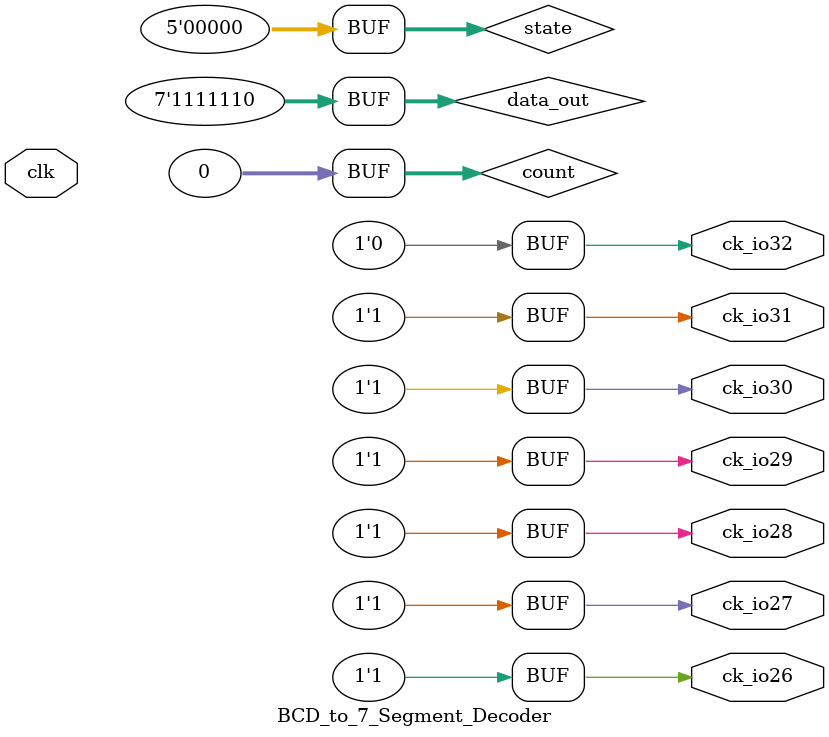
<source format=v>
`timescale 1ns / 1ns


module BCD_to_7_Segment_Decoder(
                                input clk,
                                output wire ck_io26,        // C
                                output wire ck_io27,        // D
                                output wire ck_io28,        // E
                                output wire ck_io29,        // B
                                output wire ck_io30,        // A
                                output wire ck_io31,        // F
                                output wire ck_io32         // G
                                );
                                
    /*
    In Order Pins:
        A = ck_io30
        B = ck_io29
        C = ck_io26
        D = ck_io27
        E = ck_io28
        F = ck_io31
        G = ck_io32
    */
    
    // State Declarations
    localparam [3:0] STATE0 = 4'b0000,
                     STATE1 = 4'b0001,
                     STATE2 = 4'b0010,
                     STATE3 = 4'b0011,
                     STATE4 = 4'b0100,
                     STATE5 = 4'b0101,
                     STATE6 = 4'b0110,
                     STATE7 = 4'b0111,
                     STATE8 = 4'b1000,
                     STATE9 = 4'b1001;
                     
    reg [31:0] count = 0;
    reg [6:0] data_out = 0;      // Data to display on the 7 segment display
    
    reg [4:0] state = STATE0;    // State Register
    
    // Assign the corresponding digit to data_out
    assign {ck_io30, ck_io29, ck_io26, ck_io27, ck_io28, ck_io31, ck_io32} = data_out;
                                
    assign {ck_io30, ck_io29, ck_io26, ck_io27, ck_io28, ck_io31, ck_io32} = 7'b1111110;    // Number 0
    
    // assign {ck_io30, ck_io29, ck_io26, ck_io27, ck_io28, ck_io31, ck_io32} = 7'b0110000;    // Number 1
    
    // assign {ck_io30, ck_io29, ck_io26, ck_io27, ck_io28, ck_io31, ck_io32} = 7'b1101101;    // Number 2
    
    // assign {ck_io30, ck_io29, ck_io26, ck_io27, ck_io28, ck_io31, ck_io32} = 7'b1111001;    // Number 3
    
    // assign {ck_io30, ck_io29, ck_io26, ck_io27, ck_io28, ck_io31, ck_io32} = 7'b0110011;    // Number 4
    
    // assign {ck_io30, ck_io29, ck_io26, ck_io27, ck_io28, ck_io31, ck_io32} = 7'b1011011;    // Number 5
    
    // assign {ck_io30, ck_io29, ck_io26, ck_io27, ck_io28, ck_io31, ck_io32} = 7'b1011111;    // Number 6
    
    // assign {ck_io30, ck_io29, ck_io26, ck_io27, ck_io28, ck_io31, ck_io32} = 7'b1110000;    // Number 7
    
    // assign {ck_io30, ck_io29, ck_io26, ck_io27, ck_io28, ck_io31, ck_io32} = 7'b1111111;    // Number 8

    // assign {ck_io30, ck_io29, ck_io26, ck_io27, ck_io28, ck_io31, ck_io32} = 7'b1111011;    // Number 9
    
endmodule




</source>
